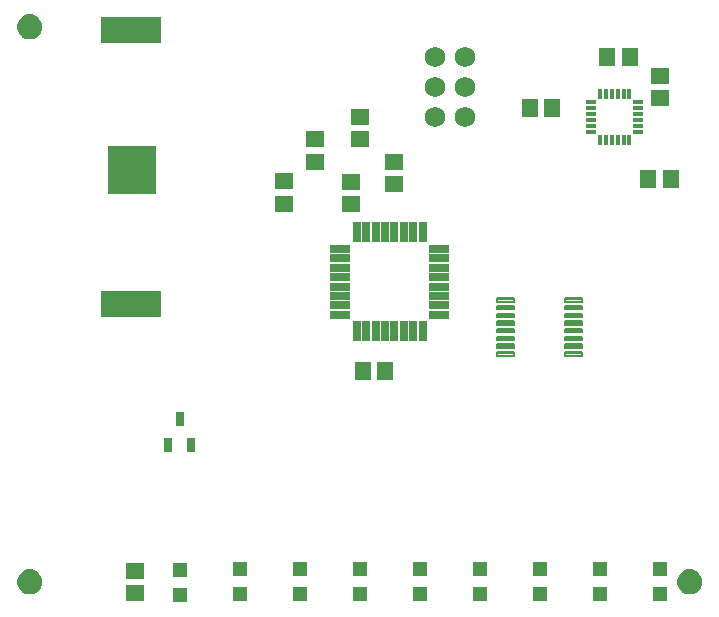
<source format=gbr>
G04 EAGLE Gerber RS-274X export*
G75*
%MOMM*%
%FSLAX34Y34*%
%LPD*%
%INSoldermask Top*%
%IPPOS*%
%AMOC8*
5,1,8,0,0,1.08239X$1,22.5*%
G01*
%ADD10R,0.651600X1.701600*%
%ADD11R,1.701600X0.651600*%
%ADD12R,0.361600X0.891600*%
%ADD13R,0.891600X0.361600*%
%ADD14C,0.204637*%
%ADD15R,0.701600X1.201600*%
%ADD16C,1.727200*%
%ADD17R,5.151600X2.201600*%
%ADD18R,4.101600X4.101600*%
%ADD19R,1.401600X1.601600*%
%ADD20R,1.601600X1.401600*%
%ADD21R,1.301600X1.301600*%

G36*
X28614Y487665D02*
X28614Y487665D01*
X28657Y487677D01*
X28723Y487684D01*
X30407Y488135D01*
X30447Y488154D01*
X30511Y488173D01*
X32090Y488910D01*
X32127Y488936D01*
X32186Y488965D01*
X33614Y489965D01*
X33646Y489996D01*
X33699Y490036D01*
X34931Y491268D01*
X34957Y491305D01*
X35002Y491353D01*
X36002Y492781D01*
X36021Y492821D01*
X36057Y492877D01*
X36794Y494457D01*
X36806Y494500D01*
X36832Y494560D01*
X37283Y496244D01*
X37286Y496275D01*
X37293Y496296D01*
X37292Y496312D01*
X37302Y496353D01*
X37454Y498090D01*
X37450Y498134D01*
X37454Y498200D01*
X37302Y499937D01*
X37291Y499980D01*
X37283Y500045D01*
X36832Y501729D01*
X36813Y501770D01*
X36794Y501833D01*
X36057Y503413D01*
X36032Y503449D01*
X36002Y503509D01*
X35002Y504936D01*
X34971Y504968D01*
X34931Y505021D01*
X33699Y506254D01*
X33662Y506279D01*
X33614Y506325D01*
X32186Y507325D01*
X32146Y507343D01*
X32090Y507380D01*
X30511Y508117D01*
X30468Y508128D01*
X30407Y508154D01*
X28723Y508606D01*
X28678Y508609D01*
X28614Y508625D01*
X26878Y508777D01*
X26833Y508773D01*
X26767Y508777D01*
X25031Y508625D01*
X24988Y508613D01*
X24922Y508606D01*
X23238Y508154D01*
X23198Y508135D01*
X23134Y508117D01*
X21554Y507380D01*
X21518Y507354D01*
X21459Y507325D01*
X20031Y506325D01*
X19999Y506293D01*
X19946Y506254D01*
X18714Y505021D01*
X18688Y504985D01*
X18642Y504936D01*
X17643Y503509D01*
X17624Y503468D01*
X17587Y503413D01*
X16851Y501833D01*
X16839Y501790D01*
X16813Y501729D01*
X16362Y500045D01*
X16358Y500001D01*
X16343Y499937D01*
X16191Y498200D01*
X16195Y498156D01*
X16191Y498090D01*
X16343Y496353D01*
X16354Y496310D01*
X16358Y496276D01*
X16359Y496260D01*
X16360Y496255D01*
X16362Y496244D01*
X16813Y494560D01*
X16832Y494520D01*
X16851Y494457D01*
X17587Y492877D01*
X17613Y492840D01*
X17643Y492781D01*
X18642Y491353D01*
X18674Y491322D01*
X18714Y491268D01*
X19946Y490036D01*
X19983Y490010D01*
X20031Y489965D01*
X21459Y488965D01*
X21499Y488946D01*
X21554Y488910D01*
X23134Y488173D01*
X23177Y488162D01*
X23238Y488135D01*
X24922Y487684D01*
X24966Y487680D01*
X25031Y487665D01*
X26767Y487513D01*
X26812Y487517D01*
X26878Y487513D01*
X28614Y487665D01*
G37*
G36*
X28614Y17765D02*
X28614Y17765D01*
X28657Y17777D01*
X28723Y17784D01*
X30407Y18235D01*
X30447Y18254D01*
X30511Y18273D01*
X32090Y19010D01*
X32127Y19036D01*
X32186Y19065D01*
X33614Y20065D01*
X33646Y20096D01*
X33699Y20136D01*
X34931Y21368D01*
X34957Y21405D01*
X35002Y21453D01*
X36002Y22881D01*
X36021Y22921D01*
X36057Y22977D01*
X36794Y24557D01*
X36806Y24600D01*
X36832Y24660D01*
X37283Y26344D01*
X37286Y26375D01*
X37293Y26396D01*
X37292Y26412D01*
X37302Y26453D01*
X37454Y28190D01*
X37450Y28234D01*
X37454Y28300D01*
X37302Y30037D01*
X37291Y30080D01*
X37283Y30145D01*
X36832Y31829D01*
X36813Y31870D01*
X36794Y31933D01*
X36057Y33513D01*
X36032Y33549D01*
X36002Y33609D01*
X35002Y35036D01*
X34971Y35068D01*
X34931Y35121D01*
X33699Y36354D01*
X33662Y36379D01*
X33614Y36425D01*
X32186Y37425D01*
X32146Y37443D01*
X32090Y37480D01*
X30511Y38217D01*
X30468Y38228D01*
X30407Y38254D01*
X28723Y38706D01*
X28678Y38709D01*
X28614Y38725D01*
X26878Y38877D01*
X26833Y38873D01*
X26767Y38877D01*
X25031Y38725D01*
X24988Y38713D01*
X24922Y38706D01*
X23238Y38254D01*
X23198Y38235D01*
X23134Y38217D01*
X21554Y37480D01*
X21518Y37454D01*
X21459Y37425D01*
X20031Y36425D01*
X19999Y36393D01*
X19946Y36354D01*
X18714Y35121D01*
X18688Y35085D01*
X18642Y35036D01*
X17643Y33609D01*
X17624Y33568D01*
X17587Y33513D01*
X16851Y31933D01*
X16839Y31890D01*
X16813Y31829D01*
X16362Y30145D01*
X16358Y30101D01*
X16343Y30037D01*
X16191Y28300D01*
X16195Y28256D01*
X16191Y28190D01*
X16343Y26453D01*
X16354Y26410D01*
X16358Y26376D01*
X16359Y26360D01*
X16360Y26355D01*
X16362Y26344D01*
X16813Y24660D01*
X16832Y24620D01*
X16851Y24557D01*
X17587Y22977D01*
X17613Y22940D01*
X17643Y22881D01*
X18642Y21453D01*
X18674Y21422D01*
X18714Y21368D01*
X19946Y20136D01*
X19983Y20110D01*
X20031Y20065D01*
X21459Y19065D01*
X21499Y19046D01*
X21554Y19010D01*
X23134Y18273D01*
X23177Y18262D01*
X23238Y18235D01*
X24922Y17784D01*
X24966Y17780D01*
X25031Y17765D01*
X26767Y17613D01*
X26812Y17617D01*
X26878Y17613D01*
X28614Y17765D01*
G37*
G36*
X587414Y17765D02*
X587414Y17765D01*
X587457Y17777D01*
X587523Y17784D01*
X589207Y18235D01*
X589247Y18254D01*
X589311Y18273D01*
X590890Y19010D01*
X590927Y19036D01*
X590986Y19065D01*
X592414Y20065D01*
X592446Y20096D01*
X592499Y20136D01*
X593731Y21368D01*
X593757Y21405D01*
X593802Y21453D01*
X594802Y22881D01*
X594821Y22921D01*
X594857Y22977D01*
X595594Y24557D01*
X595606Y24600D01*
X595632Y24660D01*
X596083Y26344D01*
X596086Y26375D01*
X596093Y26396D01*
X596092Y26412D01*
X596102Y26453D01*
X596254Y28190D01*
X596250Y28234D01*
X596254Y28300D01*
X596102Y30037D01*
X596091Y30080D01*
X596083Y30145D01*
X595632Y31829D01*
X595613Y31870D01*
X595594Y31933D01*
X594857Y33513D01*
X594832Y33549D01*
X594802Y33609D01*
X593802Y35036D01*
X593771Y35068D01*
X593731Y35121D01*
X592499Y36354D01*
X592462Y36379D01*
X592414Y36425D01*
X590986Y37425D01*
X590946Y37443D01*
X590890Y37480D01*
X589311Y38217D01*
X589268Y38228D01*
X589207Y38254D01*
X587523Y38706D01*
X587478Y38709D01*
X587414Y38725D01*
X585678Y38877D01*
X585633Y38873D01*
X585567Y38877D01*
X583831Y38725D01*
X583788Y38713D01*
X583722Y38706D01*
X582038Y38254D01*
X581998Y38235D01*
X581934Y38217D01*
X580354Y37480D01*
X580318Y37454D01*
X580259Y37425D01*
X578831Y36425D01*
X578799Y36393D01*
X578746Y36354D01*
X577514Y35121D01*
X577488Y35085D01*
X577442Y35036D01*
X576443Y33609D01*
X576424Y33568D01*
X576387Y33513D01*
X575651Y31933D01*
X575639Y31890D01*
X575613Y31829D01*
X575162Y30145D01*
X575158Y30101D01*
X575143Y30037D01*
X574991Y28300D01*
X574995Y28256D01*
X574991Y28190D01*
X575143Y26453D01*
X575154Y26410D01*
X575158Y26376D01*
X575159Y26360D01*
X575160Y26355D01*
X575162Y26344D01*
X575613Y24660D01*
X575632Y24620D01*
X575651Y24557D01*
X576387Y22977D01*
X576413Y22940D01*
X576443Y22881D01*
X577442Y21453D01*
X577474Y21422D01*
X577514Y21368D01*
X578746Y20136D01*
X578783Y20110D01*
X578831Y20065D01*
X580259Y19065D01*
X580299Y19046D01*
X580354Y19010D01*
X581934Y18273D01*
X581977Y18262D01*
X582038Y18235D01*
X583722Y17784D01*
X583766Y17780D01*
X583831Y17765D01*
X585567Y17613D01*
X585612Y17617D01*
X585678Y17613D01*
X587414Y17765D01*
G37*
D10*
X303622Y240445D03*
X311622Y240445D03*
X319622Y240445D03*
X327622Y240445D03*
X335622Y240445D03*
X343622Y240445D03*
X351622Y240445D03*
X359622Y240445D03*
D11*
X373422Y254245D03*
X373422Y262245D03*
X373422Y270245D03*
X373422Y278245D03*
X373422Y286245D03*
X373422Y294245D03*
X373422Y302245D03*
X373422Y310245D03*
D10*
X359622Y324045D03*
X351622Y324045D03*
X343622Y324045D03*
X335622Y324045D03*
X327622Y324045D03*
X319622Y324045D03*
X311622Y324045D03*
X303622Y324045D03*
D11*
X289822Y310245D03*
X289822Y302245D03*
X289822Y294245D03*
X289822Y286245D03*
X289822Y278245D03*
X289822Y270245D03*
X289822Y262245D03*
X289822Y254245D03*
D12*
X509622Y402245D03*
X514622Y402245D03*
X519622Y402245D03*
X524622Y402245D03*
X529622Y402245D03*
X534622Y402245D03*
D13*
X541822Y409445D03*
X541822Y414445D03*
X541822Y419445D03*
X541822Y424445D03*
X541822Y429445D03*
X541822Y434445D03*
D12*
X534622Y441645D03*
X529622Y441645D03*
X524622Y441645D03*
X519622Y441645D03*
X514622Y441645D03*
X509622Y441645D03*
D13*
X502422Y434445D03*
X502422Y429445D03*
X502422Y424445D03*
X502422Y419445D03*
X502422Y414445D03*
X502422Y409445D03*
D14*
X437257Y265360D02*
X422587Y265360D01*
X422587Y268430D01*
X437257Y268430D01*
X437257Y265360D01*
X437257Y267304D02*
X422587Y267304D01*
X422587Y258860D02*
X437257Y258860D01*
X422587Y258860D02*
X422587Y261930D01*
X437257Y261930D01*
X437257Y258860D01*
X437257Y260804D02*
X422587Y260804D01*
X422587Y252360D02*
X437257Y252360D01*
X422587Y252360D02*
X422587Y255430D01*
X437257Y255430D01*
X437257Y252360D01*
X437257Y254304D02*
X422587Y254304D01*
X422587Y245860D02*
X437257Y245860D01*
X422587Y245860D02*
X422587Y248930D01*
X437257Y248930D01*
X437257Y245860D01*
X437257Y247804D02*
X422587Y247804D01*
X422587Y239360D02*
X437257Y239360D01*
X422587Y239360D02*
X422587Y242430D01*
X437257Y242430D01*
X437257Y239360D01*
X437257Y241304D02*
X422587Y241304D01*
X422587Y232860D02*
X437257Y232860D01*
X422587Y232860D02*
X422587Y235930D01*
X437257Y235930D01*
X437257Y232860D01*
X437257Y234804D02*
X422587Y234804D01*
X422587Y226360D02*
X437257Y226360D01*
X422587Y226360D02*
X422587Y229430D01*
X437257Y229430D01*
X437257Y226360D01*
X437257Y228304D02*
X422587Y228304D01*
X422587Y219860D02*
X437257Y219860D01*
X422587Y219860D02*
X422587Y222930D01*
X437257Y222930D01*
X437257Y219860D01*
X437257Y221804D02*
X422587Y221804D01*
X479987Y219860D02*
X494657Y219860D01*
X479987Y219860D02*
X479987Y222930D01*
X494657Y222930D01*
X494657Y219860D01*
X494657Y221804D02*
X479987Y221804D01*
X479987Y226360D02*
X494657Y226360D01*
X479987Y226360D02*
X479987Y229430D01*
X494657Y229430D01*
X494657Y226360D01*
X494657Y228304D02*
X479987Y228304D01*
X479987Y232860D02*
X494657Y232860D01*
X479987Y232860D02*
X479987Y235930D01*
X494657Y235930D01*
X494657Y232860D01*
X494657Y234804D02*
X479987Y234804D01*
X479987Y239360D02*
X494657Y239360D01*
X479987Y239360D02*
X479987Y242430D01*
X494657Y242430D01*
X494657Y239360D01*
X494657Y241304D02*
X479987Y241304D01*
X479987Y245860D02*
X494657Y245860D01*
X479987Y245860D02*
X479987Y248930D01*
X494657Y248930D01*
X494657Y245860D01*
X494657Y247804D02*
X479987Y247804D01*
X479987Y252360D02*
X494657Y252360D01*
X479987Y252360D02*
X479987Y255430D01*
X494657Y255430D01*
X494657Y252360D01*
X494657Y254304D02*
X479987Y254304D01*
X479987Y258860D02*
X494657Y258860D01*
X479987Y258860D02*
X479987Y261930D01*
X494657Y261930D01*
X494657Y258860D01*
X494657Y260804D02*
X479987Y260804D01*
X479987Y265360D02*
X494657Y265360D01*
X479987Y265360D02*
X479987Y268430D01*
X494657Y268430D01*
X494657Y265360D01*
X494657Y267304D02*
X479987Y267304D01*
D15*
X144322Y144245D03*
X163322Y144245D03*
X153822Y166245D03*
D16*
X369722Y447345D03*
X395122Y447345D03*
X395122Y472745D03*
X369722Y472745D03*
X369722Y421945D03*
X395122Y421945D03*
D17*
X112922Y263345D03*
X112922Y495845D03*
D18*
X113622Y376945D03*
D19*
X569722Y369164D03*
X550722Y369164D03*
D20*
X335636Y365099D03*
X335636Y384099D03*
D19*
X469189Y429260D03*
X450189Y429260D03*
D21*
X204622Y38745D03*
X204622Y17745D03*
X255422Y38745D03*
X255422Y17745D03*
X306222Y38745D03*
X306222Y17745D03*
X357022Y38745D03*
X357022Y17745D03*
X407822Y38745D03*
X407822Y17745D03*
X458622Y38745D03*
X458622Y17745D03*
X509422Y38745D03*
X509422Y17745D03*
X560222Y38745D03*
X560222Y17745D03*
D19*
X328016Y206705D03*
X309016Y206705D03*
D21*
X154127Y38440D03*
X154127Y17440D03*
D20*
X115722Y18745D03*
X115722Y37745D03*
X241910Y348284D03*
X241910Y367284D03*
X298653Y347980D03*
X298653Y366980D03*
X306222Y422047D03*
X306222Y403047D03*
X268529Y402997D03*
X268529Y383997D03*
X560222Y437845D03*
X560222Y456845D03*
D19*
X534670Y472592D03*
X515670Y472592D03*
M02*

</source>
